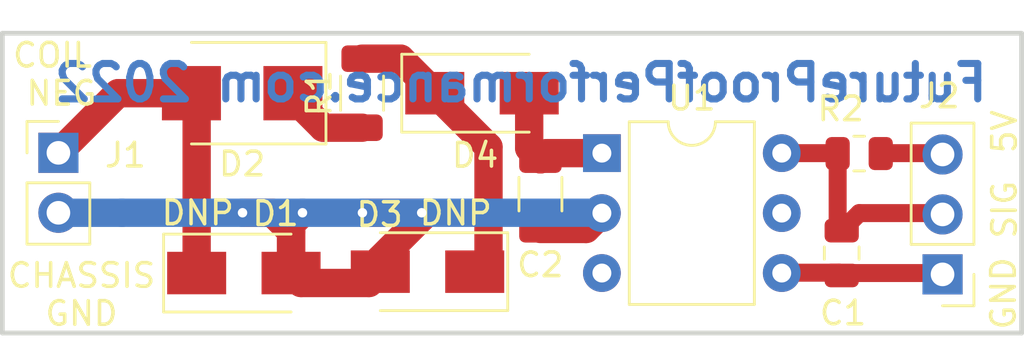
<source format=kicad_pcb>
(kicad_pcb (version 20211014) (generator pcbnew)
  (layers (0 "F.Cu" signal) (31 "B.Cu" signal) (34 "B.Paste" user) (35 "F.Paste" user) (36 "B.SilkS" user "B.Silkscreen") (37 "F.SilkS" user "F.Silkscreen") (38 "B.Mask" user) (39 "F.Mask" user) (44 "Edge.Cuts" user))
  (net 0 "")
  (net 1 "GND")
  (net 2 "Trigger_Output")
  (net 3 "Coil_in")
  (net 4 "Net-(D2-Pad1)")
  (net 5 "Net-(D3-Pad1)")
  (net 6 "5V")
  (net 9 "Net-(C1-Pad2)")
  (net 10 "Net-(C2-Pad1)")
  (footprint "Resistor_SMD:R_0805_2012Metric" (layer "F.Cu") (at 153.140939 83.837712)
    (fp_text reference "R2" (at -0.783838 -1.894276) (layer "F.SilkS"))
    (fp_text value "4.7k")
    (fp_line (start -0.227064 0.735) (end 0.227064 0.735) (layer "F.SilkS") (width 0.12))
    (fp_line (start -0.227064 -0.735) (end 0.227064 -0.735) (layer "F.SilkS") (width 0.12))
    (pad "1" smd roundrect (at -0.9125 0) (size 1.025 1.4) (layers "F.Cu" "F.Paste" "F.Mask") (roundrect_rratio 0.243902439) (net 2 "Trigger_Output"))
    (pad "2" smd roundrect (at 0.9125 0) (size 1.025 1.4) (layers "F.Cu" "F.Paste" "F.Mask") (roundrect_rratio 0.243902439) (net 6 "5V"))
  )
  (footprint "Diode_SMD:D_SMA" (layer "F.Cu") (at 134.851869 88.841645 180)
    (fp_text reference "D3" (at 2.031015 2.41847) (layer "F.SilkS"))
    (fp_text value "DNP" (at -1.198515 2.483713) (layer "F.SilkS"))
    (fp_line (start -3.4 -1.65) (end 2 -1.65) (layer "F.SilkS") (width 0.12))
    (fp_line (start -3.4 -1.65) (end -3.4 1.65) (layer "F.SilkS") (width 0.12))
    (fp_line (start -3.4 1.65) (end 2 1.65) (layer "F.SilkS") (width 0.12))
    (pad "1" smd rect (at -2 0 180) (size 2.5 1.8) (layers "F.Cu" "F.Paste" "F.Mask") (net 5 "Net-(D3-Pad1)"))
    (pad "2" smd rect (at 2 0 180) (size 2.5 1.8) (layers "F.Cu" "F.Paste" "F.Mask") (net 1 "GND"))
  )
  (footprint "Diode_SMD:D_SMA" (layer "F.Cu") (at 127.071513 88.9)
    (fp_text reference "D1" (at 1.34272 -2.516335) (layer "F.SilkS"))
    (fp_text value "DNP" (at -1.952052 -2.548956) (layer "F.SilkS"))
    (fp_line (start -3.4 -1.65) (end 2 -1.65) (layer "F.SilkS") (width 0.12))
    (fp_line (start -3.4 1.65) (end 2 1.65) (layer "F.SilkS") (width 0.12))
    (fp_line (start -3.4 -1.65) (end -3.4 1.65) (layer "F.SilkS") (width 0.12))
    (pad "1" smd rect (at -2 0) (size 2.5 1.8) (layers "F.Cu" "F.Paste" "F.Mask") (net 3 "Coil_in"))
    (pad "2" smd rect (at 2 0) (size 2.5 1.8) (layers "F.Cu" "F.Paste" "F.Mask") (net 1 "GND"))
  )
  (footprint "Capacitor_SMD:C_0805_2012Metric" (layer "F.Cu") (at 152.4 88.053782 -90)
    (fp_text reference "C1" (at 2.538058 -0.056287 180) (layer "F.SilkS"))
    (fp_text value "0.01uF")
    (fp_line (start -0.261252 -0.735) (end 0.261252 -0.735) (layer "F.SilkS") (width 0.12))
    (fp_line (start -0.261252 0.735) (end 0.261252 0.735) (layer "F.SilkS") (width 0.12))
    (pad "1" smd roundrect (at -0.95 0 270) (size 1 1.45) (layers "F.Cu" "F.Paste" "F.Mask") (net 2 "Trigger_Output"))
    (pad "2" smd roundrect (at 0.95 0 270) (size 1 1.45) (layers "F.Cu" "F.Paste" "F.Mask") (net 9 "Net-(C1-Pad2)"))
  )
  (footprint "Diode_SMD:D_SMB" (layer "F.Cu") (at 127 81.28 180)
    (fp_text reference "D2" (at 0 -3) (layer "F.SilkS"))
    (fp_text value "B150B-13-F")
    (fp_line (start -3.55 -2.15) (end -3.55 2.15) (layer "F.SilkS") (width 0.12))
    (fp_line (start -3.55 2.15) (end 2.15 2.15) (layer "F.SilkS") (width 0.12))
    (fp_line (start -3.55 -2.15) (end 2.15 -2.15) (layer "F.SilkS") (width 0.12))
    (pad "1" smd rect (at -2.15 0 180) (size 2.5 2.3) (layers "F.Cu" "F.Paste" "F.Mask") (net 4 "Net-(D2-Pad1)"))
    (pad "2" smd rect (at 2.15 0 180) (size 2.5 2.3) (layers "F.Cu" "F.Paste" "F.Mask") (net 3 "Coil_in"))
  )
  (footprint "Connector_PinHeader_2.54mm:PinHeader_1x03_P2.54mm_Vertical" (layer "F.Cu") (at 156.672141 88.956287 180)
    (fp_text reference "J2" (at 0.138165 7.563713) (layer "F.SilkS"))
    (fp_text value "Conn_01x03_Male" hide)
    (fp_line (start 1.33 1.27) (end 1.33 6.41) (layer "F.SilkS") (width 0.12))
    (fp_line (start -1.33 0) (end -1.33 -1.33) (layer "F.SilkS") (width 0.12))
    (fp_line (start -1.33 -1.33) (end 0 -1.33) (layer "F.SilkS") (width 0.12))
    (fp_line (start -1.33 1.27) (end -1.33 6.41) (layer "F.SilkS") (width 0.12))
    (fp_line (start -1.33 6.41) (end 1.33 6.41) (layer "F.SilkS") (width 0.12))
    (fp_line (start -1.33 1.27) (end 1.33 1.27) (layer "F.SilkS") (width 0.12))
    (pad "1" thru_hole rect (at 0 0 180) (size 1.7 1.7) (drill 1) (layers *.Cu *.Mask) (net 9 "Net-(C1-Pad2)"))
    (pad "2" thru_hole oval (at 0 2.54 180) (size 1.7 1.7) (drill 1) (layers *.Cu *.Mask) (net 2 "Trigger_Output"))
    (pad "3" thru_hole oval (at 0 5.08 180) (size 1.7 1.7) (drill 1) (layers *.Cu *.Mask) (net 6 "5V"))
  )
  (footprint "Package_DIP:DIP-6_W7.62mm" (layer "F.Cu") (at 142.24 83.82)
    (fp_text reference "U1" (at 3.81 -2.33) (layer "F.SilkS"))
    (fp_text value "4N25")
    (fp_line (start 6.46 6.41) (end 6.46 -1.33) (layer "F.SilkS") (width 0.12))
    (fp_line (start 1.16 6.41) (end 6.46 6.41) (layer "F.SilkS") (width 0.12))
    (fp_line (start 1.16 -1.33) (end 1.16 6.41) (layer "F.SilkS") (width 0.12))
    (fp_line (start 6.46 -1.33) (end 4.81 -1.33) (layer "F.SilkS") (width 0.12))
    (fp_line (start 2.81 -1.33) (end 1.16 -1.33) (layer "F.SilkS") (width 0.12))
    (fp_arc (start 4.81 -1.33) (mid 3.81 -0.33) (end 2.81 -1.33) (layer "F.SilkS") (width 0.12))
    (pad "1" thru_hole rect (at 0 0) (size 1.6 1.6) (drill 0.8) (layers *.Cu *.Mask) (net 10 "Net-(C2-Pad1)"))
    (pad "2" thru_hole oval (at 0 2.54) (size 1.6 1.6) (drill 0.8) (layers *.Cu *.Mask) (net 1 "GND"))
    (pad "3" thru_hole oval (at 0 5.08) (size 1.6 1.6) (drill 0.8) (layers *.Cu *.Mask))
    (pad "4" thru_hole oval (at 7.62 5.08) (size 1.6 1.6) (drill 0.8) (layers *.Cu *.Mask) (net 9 "Net-(C1-Pad2)"))
    (pad "5" thru_hole oval (at 7.62 2.54) (size 1.6 1.6) (drill 0.8) (layers *.Cu *.Mask))
    (pad "6" thru_hole oval (at 7.62 0) (size 1.6 1.6) (drill 0.8) (layers *.Cu *.Mask) (net 2 "Trigger_Output"))
  )
  (footprint "Capacitor_SMD:C_1206_3216Metric" (layer "F.Cu") (at 139.636357 85.557747 -90)
    (fp_text reference "C2" (at 2.993225 0.006079) (layer "F.SilkS"))
    (fp_text value "0.0022uF1")
    (fp_line (start -0.711252 -0.91) (end 0.711252 -0.91) (layer "F.SilkS") (width 0.12))
    (fp_line (start -0.711252 0.91) (end 0.711252 0.91) (layer "F.SilkS") (width 0.12))
    (pad "1" smd roundrect (at -1.475 0 270) (size 1.15 1.8) (layers "F.Cu" "F.Paste" "F.Mask") (roundrect_rratio 0.2173913043) (net 10 "Net-(C2-Pad1)"))
    (pad "2" smd roundrect (at 1.475 0 270) (size 1.15 1.8) (layers "F.Cu" "F.Paste" "F.Mask") (roundrect_rratio 0.2173913043) (net 1 "GND"))
  )
  (footprint "Connector_PinHeader_2.54mm:PinHeader_1x02_P2.54mm_Vertical" (layer "F.Cu") (at 119.214967 83.806566)
    (fp_text reference "J1" (at 2.838072 0.097864) (layer "F.SilkS"))
    (fp_text value "Conn_01x02_Male" hide)
    (fp_line (start -1.33 1.27) (end 1.33 1.27) (layer "F.SilkS") (width 0.12))
    (fp_line (start -1.33 1.27) (end -1.33 3.87) (layer "F.SilkS") (width 0.12))
    (fp_line (start -1.33 0) (end -1.33 -1.33) (layer "F.SilkS") (width 0.12))
    (fp_line (start -1.33 3.87) (end 1.33 3.87) (layer "F.SilkS") (width 0.12))
    (fp_line (start 1.33 1.27) (end 1.33 3.87) (layer "F.SilkS") (width 0.12))
    (fp_line (start -1.33 -1.33) (end 0 -1.33) (layer "F.SilkS") (width 0.12))
    (pad "1" thru_hole rect (at 0 0) (size 1.7 1.7) (drill 1) (layers *.Cu *.Mask) (net 3 "Coil_in"))
    (pad "2" thru_hole oval (at 0 2.54) (size 1.7 1.7) (drill 1) (layers *.Cu *.Mask) (net 1 "GND"))
  )
  (footprint "Diode_SMD:D_SMA" (layer "F.Cu") (at 137.16 81.28)
    (fp_text reference "D4" (at -0.289857 2.632324) (layer "F.SilkS"))
    (fp_text value "1SMA4748A")
    (fp_line (start -3.4 -1.65) (end -3.4 1.65) (layer "F.SilkS") (width 0.12))
    (fp_line (start -3.4 1.65) (end 2 1.65) (layer "F.SilkS") (width 0.12))
    (fp_line (start -3.4 -1.65) (end 2 -1.65) (layer "F.SilkS") (width 0.12))
    (pad "1" smd rect (at -2 0) (size 2.5 1.8) (layers "F.Cu" "F.Paste" "F.Mask") (net 5 "Net-(D3-Pad1)"))
    (pad "2" smd rect (at 2 0) (size 2.5 1.8) (layers "F.Cu" "F.Paste" "F.Mask") (net 10 "Net-(C2-Pad1)"))
  )
  (footprint "Resistor_SMD:R_1206_3216Metric" (layer "F.Cu") (at 132.08 81.28 90)
    (fp_text reference "R1" (at 0 -1.82 90) (layer "F.SilkS"))
    (fp_text value "390")
    (fp_line (start -0.727064 -0.91) (end 0.727064 -0.91) (layer "F.SilkS") (width 0.12))
    (fp_line (start -0.727064 0.91) (end 0.727064 0.91) (layer "F.SilkS") (width 0.12))
    (pad "1" smd roundrect (at -1.4625 0 90) (size 1.125 1.75) (layers "F.Cu" "F.Paste" "F.Mask") (roundrect_rratio 0.2222222222) (net 4 "Net-(D2-Pad1)"))
    (pad "2" smd roundrect (at 1.4625 0 90) (size 1.125 1.75) (layers "F.Cu" "F.Paste" "F.Mask") (roundrect_rratio 0.2222222222) (net 5 "Net-(D3-Pad1)"))
  )
  (gr_line (start 116.84 78.74) (end 160.02 78.74) (layer "Edge.Cuts") (width 0.2))
  (gr_line (start 160.02 91.44) (end 116.84 91.44) (layer "Edge.Cuts") (width 0.2))
  (gr_line (start 116.84 91.44) (end 116.84 78.74) (layer "Edge.Cuts") (width 0.2))
  (gr_line (start 160.02 78.74) (end 160.02 91.44) (layer "Edge.Cuts") (width 0.2))
  (gr_text "FutureProofPerformance.com 2022" (at 138.805785 80.842486) (layer "B.Cu") (effects (font (size 1.5 1.5) (thickness 0.3)) (justify mirror)))
  (gr_text "SIG" (at 159.297848 86.216721 90) (layer "F.SilkS") (effects (font (size 1 1))))
  (gr_text "CHASSIS\nGND" (at 120.193612 89.808924) (layer "F.SilkS") (effects (font (size 1 1))))
  (gr_text "5V" (at 159.297848 82.911075 90) (layer "F.SilkS") (effects (font (size 1 1))))
  (gr_text "COIL \nNEG" (at 119.345453 80.479172) (layer "F.SilkS") (effects (font (size 1 1))))
  (gr_text "GND" (at 159.254353 89.761592 90) (layer "F.SilkS") (effects (font (size 1 1))))
  (segment (start 129.071513 87.142287) (end 129.071513 88.9) (width 1.2) (layer "F.Cu") (net 1))
  (segment (start 129.071513 86.828487) (end 129.554879 86.345121) (width 1.2) (layer "F.Cu") (net 1))
  (segment (start 141.567253 87.032747) (end 139.636357 87.032747) (width 1.2) (layer "F.Cu") (net 1))
  (segment (start 134.605121 86.547557) (end 132.851869 88.300809) (width 1.2) (layer "F.Cu") (net 1))
  (segment (start 129.492693 89.32118) (end 129.071513 88.9) (width 1.2) (layer "F.Cu") (net 1))
  (segment (start 132.094879 86.345121) (end 134.605121 86.345121) (width 1.2) (layer "F.Cu") (net 1))
  (segment (start 134.605121 86.345121) (end 134.605121 86.547557) (width 1.2) (layer "F.Cu") (net 1))
  (segment (start 128.274347 86.345121) (end 129.071513 87.142287) (width 1.2) (layer "F.Cu") (net 1))
  (segment (start 129.543389 88.9) (end 129.071513 88.9) (width 1.2) (layer "F.Cu") (net 1))
  (segment (start 132.372334 89.32118) (end 129.492693 89.32118) (width 1.2) (layer "F.Cu") (net 1))
  (segment (start 132.851869 88.841645) (end 132.372334 89.32118) (width 1.2) (layer "F.Cu") (net 1))
  (segment (start 127.014879 86.345121) (end 128.274347 86.345121) (width 1.2) (layer "F.Cu") (net 1))
  (segment (start 132.851869 88.300809) (end 132.851869 88.841645) (width 1.2) (layer "F.Cu") (net 1))
  (segment (start 142.24 86.36) (end 141.567253 87.032747) (width 1.2) (layer "F.Cu") (net 1))
  (segment (start 129.071513 88.9) (end 129.071513 86.828487) (width 1.2) (layer "F.Cu") (net 1))
  (via (at 134.605121 86.345121) (size 0.8) (drill 0.4) (layers "F.Cu" "B.Cu") (net 1))
  (via (at 129.554879 86.345121) (size 0.8) (drill 0.4) (layers "F.Cu" "B.Cu") (net 1))
  (via (at 132.094879 86.345121) (size 0.8) (drill 0.4) (layers "F.Cu" "B.Cu") (net 1))
  (via (at 127.014879 86.345121) (size 0.8) (drill 0.4) (layers "F.Cu" "B.Cu") (net 1))
  (segment (start 142.24 86.36) (end 142.225121 86.345121) (width 1.2) (layer "B.Cu") (net 1))
  (segment (start 127.014879 86.345121) (end 121.905121 86.345121) (width 1.2) (layer "B.Cu") (net 1))
  (segment (start 142.225121 86.345121) (end 134.605121 86.345121) (width 1.2) (layer "B.Cu") (net 1))
  (segment (start 134.605121 86.345121) (end 132.094879 86.345121) (width 1.2) (layer "B.Cu") (net 1))
  (segment (start 121.903676 86.346566) (end 119.214967 86.346566) (width 1.2) (layer "B.Cu") (net 1))
  (segment (start 121.905121 86.345121) (end 121.903676 86.346566) (width 1.2) (layer "B.Cu") (net 1))
  (segment (start 132.094879 86.345121) (end 129.554879 86.345121) (width 1.2) (layer "B.Cu") (net 1))
  (segment (start 129.554879 86.345121) (end 127.014879 86.345121) (width 1.2) (layer "B.Cu") (net 1))
  (segment (start 149.86 83.82) (end 152.210727 83.82) (width 0.762) (layer "F.Cu") (net 2))
  (segment (start 152.228439 86.932221) (end 152.4 87.103782) (width 0.762) (layer "F.Cu") (net 2))
  (segment (start 153.143782 86.36) (end 156.615854 86.36) (width 0.762) (layer "F.Cu") (net 2))
  (segment (start 152.228439 83.837712) (end 152.228439 86.932221) (width 0.762) (layer "F.Cu") (net 2))
  (segment (start 152.210727 83.82) (end 152.228439 83.837712) (width 0.762) (layer "F.Cu") (net 2))
  (segment (start 156.615854 86.36) (end 156.672141 86.416287) (width 0.762) (layer "F.Cu") (net 2))
  (segment (start 152.4 87.103782) (end 153.143782 86.36) (width 0.762) (layer "F.Cu") (net 2))
  (segment (start 125.071513 88.9) (end 125.071513 81.501513) (width 1.2) (layer "F.Cu") (net 3))
  (segment (start 119.214967 83.806566) (end 121.741533 81.28) (width 1.2) (layer "F.Cu") (net 3))
  (segment (start 125.071513 81.501513) (end 124.85 81.28) (width 1.2) (layer "F.Cu") (net 3))
  (segment (start 121.741533 81.28) (end 124.85 81.28) (width 1.2) (layer "F.Cu") (net 3))
  (segment (start 129.15 81.463579) (end 130.428921 82.7425) (width 1.2) (layer "F.Cu") (net 4))
  (segment (start 130.428921 82.7425) (end 132.08 82.7425) (width 1.2) (layer "F.Cu") (net 4))
  (segment (start 129.15 81.28) (end 129.15 81.463579) (width 1.2) (layer "F.Cu") (net 4))
  (segment (start 135.16 81.268194) (end 133.709306 79.8175) (width 1.2) (layer "F.Cu") (net 5))
  (segment (start 135.16 81.28) (end 135.16 81.268194) (width 1.2) (layer "F.Cu") (net 5))
  (segment (start 136.851869 88.841645) (end 137.436339 88.257175) (width 1.2) (layer "F.Cu") (net 5))
  (segment (start 133.709306 79.8175) (end 132.08 79.8175) (width 1.2) (layer "F.Cu") (net 5))
  (segment (start 137.436339 88.257175) (end 137.436339 83.556339) (width 1.2) (layer "F.Cu") (net 5))
  (segment (start 137.436339 83.556339) (end 135.16 81.28) (width 1.2) (layer "F.Cu") (net 5))
  (segment (start 154.071151 83.82) (end 156.615854 83.82) (width 0.762) (layer "F.Cu") (net 6))
  (segment (start 156.615854 83.82) (end 156.672141 83.876287) (width 0.762) (layer "F.Cu") (net 6))
  (segment (start 154.053439 83.837712) (end 154.071151 83.82) (width 0.762) (layer "F.Cu") (net 6))
  (segment (start 149.874879 88.885121) (end 149.86 88.9) (width 0.762) (layer "F.Cu") (net 9))
  (segment (start 152.281339 88.885121) (end 149.874879 88.885121) (width 0.762) (layer "F.Cu") (net 9))
  (segment (start 152.4 89.003782) (end 152.503782 88.9) (width 0.762) (layer "F.Cu") (net 9))
  (segment (start 156.615854 88.9) (end 156.672141 88.956287) (width 0.762) (layer "F.Cu") (net 9))
  (segment (start 152.4 89.003782) (end 152.281339 88.885121) (width 0.762) (layer "F.Cu") (net 9))
  (segment (start 152.503782 88.9) (end 156.615854 88.9) (width 0.762) (layer "F.Cu") (net 9))
  (segment (start 142.24 83.82) (end 139.899104 83.82) (width 1.2) (layer "F.Cu") (net 10))
  (segment (start 139.899104 83.82) (end 139.636357 84.082747) (width 1.2) (layer "F.Cu") (net 10))
  (segment (start 139.16 83.60639) (end 139.16 81.28) (width 1.2) (layer "F.Cu") (net 10))
  (segment (start 139.636357 84.082747) (end 139.16 83.60639) (width 1.2) (layer "F.Cu") (net 10))
)
</source>
